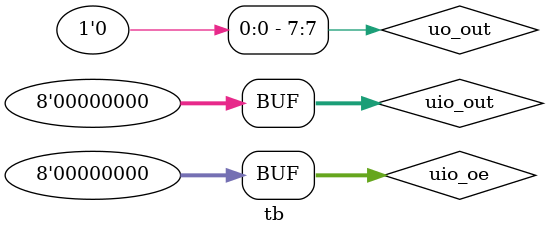
<source format=v>
`default_nettype none
`timescale 1ns/1ps

/* This testbench just instantiates the module and makes some convenient wires
   that can be driven / tested by the cocotb test.py.

   Mapping:
     ui_in[0] -> btn_0
     ui_in[1] -> btn_1
     ui_in[2] -> btn_2
     uio_in[3:0] -> sw[3:0]
     rst_n (active-low) -> rst (active-high) for DUT
     uo_out[3:0] <- leds[3:0]
     uo_out[6:4] <- {led6_b, led6_g, led6_r}
     uio_out/uio_oe left unused (driven low)
*/
module tb ();

  // Dump the signals to a VCD file. You can view it with gtkwave or surfer.
  initial begin
    $dumpfile("tb.vcd");
    $dumpvars(0, tb);
    #1;
  end

  // Harness-style I/O (driven by cocotb)
  reg        clk;
  reg        rst_n;
  reg        ena;
  reg  [7:0] ui_in;
  reg  [7:0] uio_in;
  wire [7:0] uo_out;
  wire [7:0] uio_out;
  wire [7:0] uio_oe;

`ifdef GL_TEST
  // Power pins (not used by Cardjitsu; keep here for format parity)
  wire VPWR = 1'b1;
  wire VGND = 1'b0;
`endif

  // Derived nets for DUT
  wire        rst    = ~rst_n;     // DUT reset is active-high
  wire        btn_0  = ui_in[0];
  wire        btn_1  = ui_in[1];
  wire        btn_2  = ui_in[2];
  wire [3:0]  sw     = uio_in[3:0];

  // DUT outputs
  wire [3:0]  leds;
  wire        led6_r, led6_g, led6_b;

  // Map DUT outputs into harness buses
  assign uo_out[3:0] = leds;
  assign uo_out[4]   = led6_r;
  assign uo_out[5]   = led6_g;
  assign uo_out[6]   = led6_b;
  assign uo_out[7]   = 1'b0;

  // Unused bidirectional bus in this project
  assign uio_out = 8'h00;
  assign uio_oe  = 8'h00;

  // Replace tt_um_example with your module name:
  Cardjitsu user_project (
`ifdef GL_TEST
    // Cardjitsu has no power pins; ensure GL_TEST isn't required for this DUT.
    // (Do NOT pass .VPWR/.VGND here.)
`endif
    .clk    (clk),
    .rst    (rst),
    .btn_0  (btn_0),
    .btn_1  (btn_1),
    .btn_2  (btn_2),
    .sw     (sw),
    .leds   (leds),
    .led6_r (led6_r),
    .led6_g (led6_g),
    .led6_b (led6_b)
  );

endmodule

</source>
